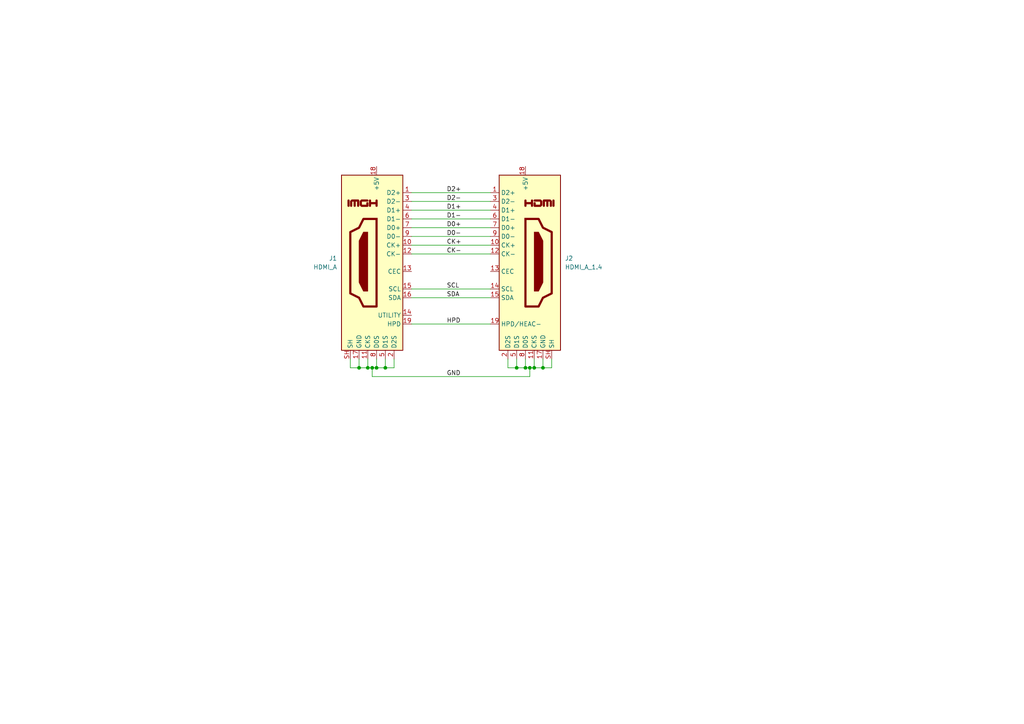
<source format=kicad_sch>
(kicad_sch
	(version 20250114)
	(generator "eeschema")
	(generator_version "9.0")
	(uuid "424bce95-498e-451d-bc7c-0631c6aff235")
	(paper "A4")
	(lib_symbols
		(symbol "Connector:HDMI_A"
			(exclude_from_sim no)
			(in_bom yes)
			(on_board yes)
			(property "Reference" "J"
				(at -6.35 26.67 0)
				(effects
					(font
						(size 1.27 1.27)
					)
				)
			)
			(property "Value" "HDMI_A"
				(at 10.16 26.67 0)
				(effects
					(font
						(size 1.27 1.27)
					)
				)
			)
			(property "Footprint" ""
				(at 0.635 0 0)
				(effects
					(font
						(size 1.27 1.27)
					)
					(hide yes)
				)
			)
			(property "Datasheet" "https://en.wikipedia.org/wiki/HDMI"
				(at 0.635 0 0)
				(effects
					(font
						(size 1.27 1.27)
					)
					(hide yes)
				)
			)
			(property "Description" "HDMI type A connector"
				(at 0 0 0)
				(effects
					(font
						(size 1.27 1.27)
					)
					(hide yes)
				)
			)
			(property "ki_keywords" "hdmi conn"
				(at 0 0 0)
				(effects
					(font
						(size 1.27 1.27)
					)
					(hide yes)
				)
			)
			(property "ki_fp_filters" "HDMI*A*"
				(at 0 0 0)
				(effects
					(font
						(size 1.27 1.27)
					)
					(hide yes)
				)
			)
			(symbol "HDMI_A_0_0"
				(polyline
					(pts
						(xy 0 16.51) (xy 0 18.034) (xy 0 17.272) (xy 1.905 17.272) (xy 1.905 18.034) (xy 1.905 16.51)
					)
					(stroke
						(width 0.635)
						(type default)
					)
					(fill
						(type none)
					)
				)
				(polyline
					(pts
						(xy 2.667 18.034) (xy 4.318 18.034) (xy 4.572 17.78) (xy 4.572 16.764) (xy 4.318 16.51) (xy 2.667 16.51)
						(xy 2.667 17.272)
					)
					(stroke
						(width 0.635)
						(type default)
					)
					(fill
						(type none)
					)
				)
				(polyline
					(pts
						(xy 8.128 16.51) (xy 8.128 18.034)
					)
					(stroke
						(width 0.635)
						(type default)
					)
					(fill
						(type none)
					)
				)
			)
			(symbol "HDMI_A_0_1"
				(rectangle
					(start -7.62 25.4)
					(end 10.16 -25.4)
					(stroke
						(width 0.254)
						(type default)
					)
					(fill
						(type background)
					)
				)
				(polyline
					(pts
						(xy 0 12.7) (xy 0 -12.7) (xy 3.81 -12.7) (xy 5.08 -10.16) (xy 7.62 -8.89) (xy 7.62 8.89) (xy 5.08 10.16)
						(xy 3.81 12.7) (xy 0 12.7)
					)
					(stroke
						(width 0.635)
						(type default)
					)
					(fill
						(type none)
					)
				)
				(polyline
					(pts
						(xy 2.54 8.89) (xy 3.81 8.89) (xy 5.08 6.35) (xy 5.08 -5.715) (xy 3.81 -8.255) (xy 2.54 -8.255)
						(xy 2.54 8.89)
					)
					(stroke
						(width 0)
						(type default)
					)
					(fill
						(type outline)
					)
				)
				(polyline
					(pts
						(xy 5.334 16.51) (xy 5.334 18.034) (xy 6.35 18.034) (xy 6.35 16.51) (xy 6.35 18.034) (xy 7.112 18.034)
						(xy 7.366 17.78) (xy 7.366 16.51)
					)
					(stroke
						(width 0.635)
						(type default)
					)
					(fill
						(type none)
					)
				)
			)
			(symbol "HDMI_A_1_1"
				(pin passive line
					(at -10.16 20.32 0)
					(length 2.54)
					(name "D2+"
						(effects
							(font
								(size 1.27 1.27)
							)
						)
					)
					(number "1"
						(effects
							(font
								(size 1.27 1.27)
							)
						)
					)
				)
				(pin passive line
					(at -10.16 17.78 0)
					(length 2.54)
					(name "D2-"
						(effects
							(font
								(size 1.27 1.27)
							)
						)
					)
					(number "3"
						(effects
							(font
								(size 1.27 1.27)
							)
						)
					)
				)
				(pin passive line
					(at -10.16 15.24 0)
					(length 2.54)
					(name "D1+"
						(effects
							(font
								(size 1.27 1.27)
							)
						)
					)
					(number "4"
						(effects
							(font
								(size 1.27 1.27)
							)
						)
					)
				)
				(pin passive line
					(at -10.16 12.7 0)
					(length 2.54)
					(name "D1-"
						(effects
							(font
								(size 1.27 1.27)
							)
						)
					)
					(number "6"
						(effects
							(font
								(size 1.27 1.27)
							)
						)
					)
				)
				(pin passive line
					(at -10.16 10.16 0)
					(length 2.54)
					(name "D0+"
						(effects
							(font
								(size 1.27 1.27)
							)
						)
					)
					(number "7"
						(effects
							(font
								(size 1.27 1.27)
							)
						)
					)
				)
				(pin passive line
					(at -10.16 7.62 0)
					(length 2.54)
					(name "D0-"
						(effects
							(font
								(size 1.27 1.27)
							)
						)
					)
					(number "9"
						(effects
							(font
								(size 1.27 1.27)
							)
						)
					)
				)
				(pin passive line
					(at -10.16 5.08 0)
					(length 2.54)
					(name "CK+"
						(effects
							(font
								(size 1.27 1.27)
							)
						)
					)
					(number "10"
						(effects
							(font
								(size 1.27 1.27)
							)
						)
					)
				)
				(pin passive line
					(at -10.16 2.54 0)
					(length 2.54)
					(name "CK-"
						(effects
							(font
								(size 1.27 1.27)
							)
						)
					)
					(number "12"
						(effects
							(font
								(size 1.27 1.27)
							)
						)
					)
				)
				(pin bidirectional line
					(at -10.16 -2.54 0)
					(length 2.54)
					(name "CEC"
						(effects
							(font
								(size 1.27 1.27)
							)
						)
					)
					(number "13"
						(effects
							(font
								(size 1.27 1.27)
							)
						)
					)
				)
				(pin passive line
					(at -10.16 -7.62 0)
					(length 2.54)
					(name "SCL"
						(effects
							(font
								(size 1.27 1.27)
							)
						)
					)
					(number "15"
						(effects
							(font
								(size 1.27 1.27)
							)
						)
					)
				)
				(pin bidirectional line
					(at -10.16 -10.16 0)
					(length 2.54)
					(name "SDA"
						(effects
							(font
								(size 1.27 1.27)
							)
						)
					)
					(number "16"
						(effects
							(font
								(size 1.27 1.27)
							)
						)
					)
				)
				(pin passive line
					(at -10.16 -15.24 0)
					(length 2.54)
					(name "UTILITY"
						(effects
							(font
								(size 1.27 1.27)
							)
						)
					)
					(number "14"
						(effects
							(font
								(size 1.27 1.27)
							)
						)
					)
				)
				(pin passive line
					(at -10.16 -17.78 0)
					(length 2.54)
					(name "HPD"
						(effects
							(font
								(size 1.27 1.27)
							)
						)
					)
					(number "19"
						(effects
							(font
								(size 1.27 1.27)
							)
						)
					)
				)
				(pin power_in line
					(at -5.08 -27.94 90)
					(length 2.54)
					(name "D2S"
						(effects
							(font
								(size 1.27 1.27)
							)
						)
					)
					(number "2"
						(effects
							(font
								(size 1.27 1.27)
							)
						)
					)
				)
				(pin power_in line
					(at -2.54 -27.94 90)
					(length 2.54)
					(name "D1S"
						(effects
							(font
								(size 1.27 1.27)
							)
						)
					)
					(number "5"
						(effects
							(font
								(size 1.27 1.27)
							)
						)
					)
				)
				(pin power_in line
					(at 0 27.94 270)
					(length 2.54)
					(name "+5V"
						(effects
							(font
								(size 1.27 1.27)
							)
						)
					)
					(number "18"
						(effects
							(font
								(size 1.27 1.27)
							)
						)
					)
				)
				(pin power_in line
					(at 0 -27.94 90)
					(length 2.54)
					(name "D0S"
						(effects
							(font
								(size 1.27 1.27)
							)
						)
					)
					(number "8"
						(effects
							(font
								(size 1.27 1.27)
							)
						)
					)
				)
				(pin power_in line
					(at 2.54 -27.94 90)
					(length 2.54)
					(name "CKS"
						(effects
							(font
								(size 1.27 1.27)
							)
						)
					)
					(number "11"
						(effects
							(font
								(size 1.27 1.27)
							)
						)
					)
				)
				(pin power_in line
					(at 5.08 -27.94 90)
					(length 2.54)
					(name "GND"
						(effects
							(font
								(size 1.27 1.27)
							)
						)
					)
					(number "17"
						(effects
							(font
								(size 1.27 1.27)
							)
						)
					)
				)
				(pin passive line
					(at 7.62 -27.94 90)
					(length 2.54)
					(name "SH"
						(effects
							(font
								(size 1.27 1.27)
							)
						)
					)
					(number "SH"
						(effects
							(font
								(size 1.27 1.27)
							)
						)
					)
				)
			)
			(embedded_fonts no)
		)
		(symbol "Connector:HDMI_A_1.4"
			(exclude_from_sim no)
			(in_bom yes)
			(on_board yes)
			(property "Reference" "J?"
				(at 11.43 1.2701 0)
				(effects
					(font
						(size 1.27 1.27)
					)
					(justify left)
				)
			)
			(property "Value" "HDMI_A_1.4"
				(at 11.43 -1.2699 0)
				(effects
					(font
						(size 1.27 1.27)
					)
					(justify left)
				)
			)
			(property "Footprint" ""
				(at 0.635 0 0)
				(effects
					(font
						(size 1.27 1.27)
					)
					(hide yes)
				)
			)
			(property "Datasheet" "https://en.wikipedia.org/wiki/HDMI"
				(at 0.635 0 0)
				(effects
					(font
						(size 1.27 1.27)
					)
					(hide yes)
				)
			)
			(property "Description" "HDMI 1.4+ type A connector"
				(at 0 0 0)
				(effects
					(font
						(size 1.27 1.27)
					)
					(hide yes)
				)
			)
			(property "ki_keywords" "hdmi conn"
				(at 0 0 0)
				(effects
					(font
						(size 1.27 1.27)
					)
					(hide yes)
				)
			)
			(property "ki_fp_filters" "HDMI*A*"
				(at 0 0 0)
				(effects
					(font
						(size 1.27 1.27)
					)
					(hide yes)
				)
			)
			(symbol "HDMI_A_1.4_0_0"
				(polyline
					(pts
						(xy 0 16.51) (xy 0 18.034) (xy 0 17.272) (xy 1.905 17.272) (xy 1.905 18.034) (xy 1.905 16.51)
					)
					(stroke
						(width 0.635)
						(type default)
					)
					(fill
						(type none)
					)
				)
				(polyline
					(pts
						(xy 2.667 18.034) (xy 4.318 18.034) (xy 4.572 17.78) (xy 4.572 16.764) (xy 4.318 16.51) (xy 2.667 16.51)
						(xy 2.667 17.272)
					)
					(stroke
						(width 0.635)
						(type default)
					)
					(fill
						(type none)
					)
				)
				(polyline
					(pts
						(xy 8.128 16.51) (xy 8.128 18.034)
					)
					(stroke
						(width 0.635)
						(type default)
					)
					(fill
						(type none)
					)
				)
			)
			(symbol "HDMI_A_1.4_0_1"
				(rectangle
					(start -7.62 25.4)
					(end 10.16 -25.4)
					(stroke
						(width 0.254)
						(type default)
					)
					(fill
						(type background)
					)
				)
				(polyline
					(pts
						(xy 0 12.7) (xy 0 -12.7) (xy 3.81 -12.7) (xy 5.08 -10.16) (xy 7.62 -8.89) (xy 7.62 8.89) (xy 5.08 10.16)
						(xy 3.81 12.7) (xy 0 12.7)
					)
					(stroke
						(width 0.635)
						(type default)
					)
					(fill
						(type none)
					)
				)
				(polyline
					(pts
						(xy 2.54 8.89) (xy 3.81 8.89) (xy 5.08 6.35) (xy 5.08 -5.715) (xy 3.81 -8.255) (xy 2.54 -8.255)
						(xy 2.54 8.89)
					)
					(stroke
						(width 0)
						(type default)
					)
					(fill
						(type outline)
					)
				)
				(polyline
					(pts
						(xy 5.334 16.51) (xy 5.334 18.034) (xy 6.35 18.034) (xy 6.35 16.51) (xy 6.35 18.034) (xy 7.112 18.034)
						(xy 7.366 17.78) (xy 7.366 16.51)
					)
					(stroke
						(width 0.635)
						(type default)
					)
					(fill
						(type none)
					)
				)
			)
			(symbol "HDMI_A_1.4_1_1"
				(pin passive line
					(at -10.16 20.32 0)
					(length 2.54)
					(name "D2+"
						(effects
							(font
								(size 1.27 1.27)
							)
						)
					)
					(number "1"
						(effects
							(font
								(size 1.27 1.27)
							)
						)
					)
				)
				(pin passive line
					(at -10.16 17.78 0)
					(length 2.54)
					(name "D2-"
						(effects
							(font
								(size 1.27 1.27)
							)
						)
					)
					(number "3"
						(effects
							(font
								(size 1.27 1.27)
							)
						)
					)
				)
				(pin passive line
					(at -10.16 15.24 0)
					(length 2.54)
					(name "D1+"
						(effects
							(font
								(size 1.27 1.27)
							)
						)
					)
					(number "4"
						(effects
							(font
								(size 1.27 1.27)
							)
						)
					)
				)
				(pin passive line
					(at -10.16 12.7 0)
					(length 2.54)
					(name "D1-"
						(effects
							(font
								(size 1.27 1.27)
							)
						)
					)
					(number "6"
						(effects
							(font
								(size 1.27 1.27)
							)
						)
					)
				)
				(pin passive line
					(at -10.16 10.16 0)
					(length 2.54)
					(name "D0+"
						(effects
							(font
								(size 1.27 1.27)
							)
						)
					)
					(number "7"
						(effects
							(font
								(size 1.27 1.27)
							)
						)
					)
				)
				(pin passive line
					(at -10.16 7.62 0)
					(length 2.54)
					(name "D0-"
						(effects
							(font
								(size 1.27 1.27)
							)
						)
					)
					(number "9"
						(effects
							(font
								(size 1.27 1.27)
							)
						)
					)
				)
				(pin passive line
					(at -10.16 5.08 0)
					(length 2.54)
					(name "CK+"
						(effects
							(font
								(size 1.27 1.27)
							)
						)
					)
					(number "10"
						(effects
							(font
								(size 1.27 1.27)
							)
						)
					)
				)
				(pin passive line
					(at -10.16 2.54 0)
					(length 2.54)
					(name "CK-"
						(effects
							(font
								(size 1.27 1.27)
							)
						)
					)
					(number "12"
						(effects
							(font
								(size 1.27 1.27)
							)
						)
					)
				)
				(pin bidirectional line
					(at -10.16 -2.54 0)
					(length 2.54)
					(name "CEC"
						(effects
							(font
								(size 1.27 1.27)
							)
						)
					)
					(number "13"
						(effects
							(font
								(size 1.27 1.27)
							)
						)
					)
				)
				(pin passive line
					(at -10.16 -7.62 0)
					(length 2.54)
					(name "SCL"
						(effects
							(font
								(size 1.27 1.27)
							)
						)
					)
					(number "14"
						(effects
							(font
								(size 1.27 1.27)
							)
						)
					)
				)
				(pin bidirectional line
					(at -10.16 -10.16 0)
					(length 2.54)
					(name "SDA"
						(effects
							(font
								(size 1.27 1.27)
							)
						)
					)
					(number "15"
						(effects
							(font
								(size 1.27 1.27)
							)
						)
					)
				)
				(pin passive line
					(at -10.16 -17.78 0)
					(length 2.54)
					(name "HPD/HEAC-"
						(effects
							(font
								(size 1.27 1.27)
							)
						)
					)
					(number "19"
						(effects
							(font
								(size 1.27 1.27)
							)
						)
					)
				)
				(pin power_in line
					(at -5.08 -27.94 90)
					(length 2.54)
					(name "D2S"
						(effects
							(font
								(size 1.27 1.27)
							)
						)
					)
					(number "2"
						(effects
							(font
								(size 1.27 1.27)
							)
						)
					)
				)
				(pin power_in line
					(at -2.54 -27.94 90)
					(length 2.54)
					(name "D1S"
						(effects
							(font
								(size 1.27 1.27)
							)
						)
					)
					(number "5"
						(effects
							(font
								(size 1.27 1.27)
							)
						)
					)
				)
				(pin power_in line
					(at 0 27.94 270)
					(length 2.54)
					(name "+5V"
						(effects
							(font
								(size 1.27 1.27)
							)
						)
					)
					(number "18"
						(effects
							(font
								(size 1.27 1.27)
							)
						)
					)
				)
				(pin power_in line
					(at 0 -27.94 90)
					(length 2.54)
					(name "D0S"
						(effects
							(font
								(size 1.27 1.27)
							)
						)
					)
					(number "8"
						(effects
							(font
								(size 1.27 1.27)
							)
						)
					)
				)
				(pin power_in line
					(at 2.54 -27.94 90)
					(length 2.54)
					(name "CKS"
						(effects
							(font
								(size 1.27 1.27)
							)
						)
					)
					(number "11"
						(effects
							(font
								(size 1.27 1.27)
							)
						)
					)
				)
				(pin power_in line
					(at 5.08 -27.94 90)
					(length 2.54)
					(name "GND"
						(effects
							(font
								(size 1.27 1.27)
							)
						)
					)
					(number "17"
						(effects
							(font
								(size 1.27 1.27)
							)
						)
					)
				)
				(pin passive line
					(at 7.62 -27.94 90)
					(length 2.54)
					(name "SH"
						(effects
							(font
								(size 1.27 1.27)
							)
						)
					)
					(number "SH"
						(effects
							(font
								(size 1.27 1.27)
							)
						)
					)
				)
			)
			(embedded_fonts no)
		)
	)
	(junction
		(at 107.95 106.68)
		(diameter 0)
		(color 0 0 0 0)
		(uuid "07e16493-7448-4173-9420-8034e3bd1b52")
	)
	(junction
		(at 111.76 106.68)
		(diameter 0)
		(color 0 0 0 0)
		(uuid "32465d67-448e-45df-bd66-88256d347e6b")
	)
	(junction
		(at 109.22 106.68)
		(diameter 0)
		(color 0 0 0 0)
		(uuid "70dee360-b90a-4fc2-84bc-c779d86de1f2")
	)
	(junction
		(at 149.86 106.68)
		(diameter 0)
		(color 0 0 0 0)
		(uuid "754d4c4a-31e1-44d7-9ebd-b895211dc0eb")
	)
	(junction
		(at 104.14 106.68)
		(diameter 0)
		(color 0 0 0 0)
		(uuid "8b3ebfeb-95fb-4b6e-a92f-1009d68fd5ce")
	)
	(junction
		(at 152.4 106.68)
		(diameter 0)
		(color 0 0 0 0)
		(uuid "8f8b2618-871a-4dc3-95d6-380d72faeabb")
	)
	(junction
		(at 154.94 106.68)
		(diameter 0)
		(color 0 0 0 0)
		(uuid "92ff0791-2801-4c2b-810c-9dde952ad5c4")
	)
	(junction
		(at 153.67 106.68)
		(diameter 0)
		(color 0 0 0 0)
		(uuid "a113d13e-e504-44fe-8117-5f68548aba81")
	)
	(junction
		(at 157.48 106.68)
		(diameter 0)
		(color 0 0 0 0)
		(uuid "ef414121-fc3f-40e4-a9fb-48b0320f43ab")
	)
	(junction
		(at 106.68 106.68)
		(diameter 0)
		(color 0 0 0 0)
		(uuid "f8a0d844-692b-49d1-adcb-a0894bc43a87")
	)
	(wire
		(pts
			(xy 119.38 71.12) (xy 142.24 71.12)
		)
		(stroke
			(width 0)
			(type default)
		)
		(uuid "04bd9e20-dc55-46c7-b05b-dc8c7ce178d9")
	)
	(wire
		(pts
			(xy 119.38 68.58) (xy 142.24 68.58)
		)
		(stroke
			(width 0)
			(type default)
		)
		(uuid "06b3ca27-f58d-413a-aa35-965d205938aa")
	)
	(wire
		(pts
			(xy 149.86 104.14) (xy 149.86 106.68)
		)
		(stroke
			(width 0)
			(type default)
		)
		(uuid "06e41825-8e7d-4eea-a6b9-dbc450e9ec2f")
	)
	(wire
		(pts
			(xy 119.38 86.36) (xy 142.24 86.36)
		)
		(stroke
			(width 0)
			(type default)
		)
		(uuid "160ffa06-dfc0-4e88-a076-cfcb5b0c202a")
	)
	(wire
		(pts
			(xy 147.32 104.14) (xy 147.32 106.68)
		)
		(stroke
			(width 0)
			(type default)
		)
		(uuid "1695eee5-d686-4423-a781-e6ecb75f2db9")
	)
	(wire
		(pts
			(xy 154.94 106.68) (xy 154.94 104.14)
		)
		(stroke
			(width 0)
			(type default)
		)
		(uuid "175185c1-600d-478f-9f73-66316fc7e65e")
	)
	(wire
		(pts
			(xy 149.86 106.68) (xy 152.4 106.68)
		)
		(stroke
			(width 0)
			(type default)
		)
		(uuid "1c50fd1f-7564-4e8e-812b-9c70f81f6990")
	)
	(wire
		(pts
			(xy 104.14 106.68) (xy 104.14 104.14)
		)
		(stroke
			(width 0)
			(type default)
		)
		(uuid "202d8370-d78e-42ce-b2a2-5b8e9131b323")
	)
	(wire
		(pts
			(xy 107.95 109.22) (xy 107.95 106.68)
		)
		(stroke
			(width 0)
			(type default)
		)
		(uuid "21d3afc5-e6ed-4051-9557-bc0ff1efd17e")
	)
	(wire
		(pts
			(xy 152.4 106.68) (xy 153.67 106.68)
		)
		(stroke
			(width 0)
			(type default)
		)
		(uuid "23f0e387-4c4d-4fea-bc91-48421ea849d8")
	)
	(wire
		(pts
			(xy 107.95 106.68) (xy 106.68 106.68)
		)
		(stroke
			(width 0)
			(type default)
		)
		(uuid "36744ae6-60a5-4014-bee2-defb989cad37")
	)
	(wire
		(pts
			(xy 106.68 104.14) (xy 106.68 106.68)
		)
		(stroke
			(width 0)
			(type default)
		)
		(uuid "426d0dbb-1248-465b-9fe8-298e32e98015")
	)
	(wire
		(pts
			(xy 119.38 66.04) (xy 142.24 66.04)
		)
		(stroke
			(width 0)
			(type default)
		)
		(uuid "44a9f1ea-db68-4031-b575-2d5ce5882070")
	)
	(wire
		(pts
			(xy 160.02 104.14) (xy 160.02 106.68)
		)
		(stroke
			(width 0)
			(type default)
		)
		(uuid "56c99d0b-6119-44b1-841e-780716dcd1e7")
	)
	(wire
		(pts
			(xy 119.38 83.82) (xy 142.24 83.82)
		)
		(stroke
			(width 0)
			(type default)
		)
		(uuid "6752d494-6c37-451f-806a-4b2474002082")
	)
	(wire
		(pts
			(xy 111.76 106.68) (xy 109.22 106.68)
		)
		(stroke
			(width 0)
			(type default)
		)
		(uuid "744dfe54-eed9-41e6-b1b7-547d89056e6b")
	)
	(wire
		(pts
			(xy 109.22 104.14) (xy 109.22 106.68)
		)
		(stroke
			(width 0)
			(type default)
		)
		(uuid "773faff2-459f-49a1-bb04-27d40ab0608a")
	)
	(wire
		(pts
			(xy 152.4 104.14) (xy 152.4 106.68)
		)
		(stroke
			(width 0)
			(type default)
		)
		(uuid "7c3e6304-d743-443d-9282-60f5433b739f")
	)
	(wire
		(pts
			(xy 119.38 58.42) (xy 142.24 58.42)
		)
		(stroke
			(width 0)
			(type default)
		)
		(uuid "7df074a0-a41c-4c87-8936-9b3114e40bf9")
	)
	(wire
		(pts
			(xy 119.38 60.96) (xy 142.24 60.96)
		)
		(stroke
			(width 0)
			(type default)
		)
		(uuid "7e3e5dee-044c-4ddf-9523-18687bb6d93d")
	)
	(wire
		(pts
			(xy 106.68 106.68) (xy 104.14 106.68)
		)
		(stroke
			(width 0)
			(type default)
		)
		(uuid "8162549d-359c-4c4f-a6ee-3122972572f5")
	)
	(wire
		(pts
			(xy 109.22 106.68) (xy 107.95 106.68)
		)
		(stroke
			(width 0)
			(type default)
		)
		(uuid "99525622-3321-414c-b7c5-a7cfc04e6e3a")
	)
	(wire
		(pts
			(xy 111.76 104.14) (xy 111.76 106.68)
		)
		(stroke
			(width 0)
			(type default)
		)
		(uuid "9fece53d-16d5-4365-9586-29c2aff977a4")
	)
	(wire
		(pts
			(xy 147.32 106.68) (xy 149.86 106.68)
		)
		(stroke
			(width 0)
			(type default)
		)
		(uuid "a008d6b3-207c-4c5e-9fc8-1feadbf0b095")
	)
	(wire
		(pts
			(xy 119.38 93.98) (xy 142.24 93.98)
		)
		(stroke
			(width 0)
			(type default)
		)
		(uuid "a112ec6b-71fc-4c68-a83e-533886e96bcd")
	)
	(wire
		(pts
			(xy 119.38 55.88) (xy 142.24 55.88)
		)
		(stroke
			(width 0)
			(type default)
		)
		(uuid "a22b5c56-870d-4d2e-a5f0-730e7504ca5f")
	)
	(wire
		(pts
			(xy 114.3 106.68) (xy 111.76 106.68)
		)
		(stroke
			(width 0)
			(type default)
		)
		(uuid "aa2c7f8b-4523-4517-bd7e-54a7d89f52ab")
	)
	(wire
		(pts
			(xy 157.48 106.68) (xy 154.94 106.68)
		)
		(stroke
			(width 0)
			(type default)
		)
		(uuid "aafc07e7-4e0f-42b9-adae-2c6e7d31eb7c")
	)
	(wire
		(pts
			(xy 114.3 104.14) (xy 114.3 106.68)
		)
		(stroke
			(width 0)
			(type default)
		)
		(uuid "acde1265-2547-42d4-b546-ec0811f1b656")
	)
	(wire
		(pts
			(xy 119.38 73.66) (xy 142.24 73.66)
		)
		(stroke
			(width 0)
			(type default)
		)
		(uuid "b0e1c58c-3059-46d3-a123-4d3ec85e3c74")
	)
	(wire
		(pts
			(xy 160.02 106.68) (xy 157.48 106.68)
		)
		(stroke
			(width 0)
			(type default)
		)
		(uuid "b84f85da-310f-4838-a8b3-91f4a4ce75ec")
	)
	(wire
		(pts
			(xy 153.67 106.68) (xy 153.67 109.22)
		)
		(stroke
			(width 0)
			(type default)
		)
		(uuid "bed1d362-f716-4839-84f7-6aec6f637677")
	)
	(wire
		(pts
			(xy 153.67 109.22) (xy 107.95 109.22)
		)
		(stroke
			(width 0)
			(type default)
		)
		(uuid "c2652c90-aac2-49a4-8dfc-6af8ff66c3b1")
	)
	(wire
		(pts
			(xy 157.48 104.14) (xy 157.48 106.68)
		)
		(stroke
			(width 0)
			(type default)
		)
		(uuid "c43390ba-4e69-47a2-8332-2fbd04b99738")
	)
	(wire
		(pts
			(xy 101.6 104.14) (xy 101.6 106.68)
		)
		(stroke
			(width 0)
			(type default)
		)
		(uuid "c7994ca3-de0e-4da0-985c-64671fe4d263")
	)
	(wire
		(pts
			(xy 101.6 106.68) (xy 104.14 106.68)
		)
		(stroke
			(width 0)
			(type default)
		)
		(uuid "c9dbbd2c-c778-45f3-a62f-d8eaa18e70e3")
	)
	(wire
		(pts
			(xy 153.67 106.68) (xy 154.94 106.68)
		)
		(stroke
			(width 0)
			(type default)
		)
		(uuid "d5d94095-752e-481d-9695-86b80c0f495c")
	)
	(wire
		(pts
			(xy 119.38 63.5) (xy 142.24 63.5)
		)
		(stroke
			(width 0)
			(type default)
		)
		(uuid "e81967dd-4f7d-442b-aa3b-6863fb09cb57")
	)
	(label "D0+"
		(at 129.54 66.04 0)
		(effects
			(font
				(size 1.27 1.27)
			)
			(justify left bottom)
		)
		(uuid "2564bddf-7e61-44cc-aecd-a2e5680406d1")
	)
	(label "GND"
		(at 129.54 109.22 0)
		(effects
			(font
				(size 1.27 1.27)
			)
			(justify left bottom)
		)
		(uuid "31443800-410a-4e23-b051-3843bd5889ca")
	)
	(label "HPD"
		(at 129.54 93.98 0)
		(effects
			(font
				(size 1.27 1.27)
			)
			(justify left bottom)
		)
		(uuid "52474193-4759-4d51-a1c8-2f9b113514be")
	)
	(label "D0-"
		(at 129.54 68.58 0)
		(effects
			(font
				(size 1.27 1.27)
			)
			(justify left bottom)
		)
		(uuid "57088955-f07a-4290-a275-309f27b9616e")
	)
	(label "SCL"
		(at 129.54 83.82 0)
		(effects
			(font
				(size 1.27 1.27)
			)
			(justify left bottom)
		)
		(uuid "758b1187-426f-4ea8-8f3c-2a76aee2be2e")
	)
	(label "D2-"
		(at 129.54 58.42 0)
		(effects
			(font
				(size 1.27 1.27)
			)
			(justify left bottom)
		)
		(uuid "7b3e2738-4580-4751-a0fb-031c18b9a58f")
	)
	(label "D2+"
		(at 129.54 55.88 0)
		(effects
			(font
				(size 1.27 1.27)
			)
			(justify left bottom)
		)
		(uuid "a1e54117-b4fd-4d1c-a014-21745a2e6f42")
	)
	(label "D1+"
		(at 129.54 60.96 0)
		(effects
			(font
				(size 1.27 1.27)
			)
			(justify left bottom)
		)
		(uuid "b99af1fe-20a6-47af-95d5-61b38e3ab2fe")
	)
	(label "CK-"
		(at 129.54 73.66 0)
		(effects
			(font
				(size 1.27 1.27)
			)
			(justify left bottom)
		)
		(uuid "be6451a9-3b10-4657-8a4f-81631614be94")
	)
	(label "D1-"
		(at 129.54 63.5 0)
		(effects
			(font
				(size 1.27 1.27)
			)
			(justify left bottom)
		)
		(uuid "c031a822-c8ae-4c22-8fef-352d94c715d4")
	)
	(label "SDA"
		(at 129.54 86.36 0)
		(effects
			(font
				(size 1.27 1.27)
			)
			(justify left bottom)
		)
		(uuid "dd309168-7c2d-4993-b461-d52200192256")
	)
	(label "CK+"
		(at 129.54 71.12 0)
		(effects
			(font
				(size 1.27 1.27)
			)
			(justify left bottom)
		)
		(uuid "e1f1beb3-e0f5-4398-81d4-5ad1e7bc4fb7")
	)
	(symbol
		(lib_id "Connector:HDMI_A")
		(at 109.22 76.2 0)
		(mirror y)
		(unit 1)
		(exclude_from_sim no)
		(in_bom yes)
		(on_board yes)
		(dnp no)
		(uuid "53757b7e-3c41-49d2-8a83-1d4596db8a21")
		(property "Reference" "J1"
			(at 97.79 74.9299 0)
			(effects
				(font
					(size 1.27 1.27)
				)
				(justify left)
			)
		)
		(property "Value" "HDMI_A"
			(at 97.79 77.4699 0)
			(effects
				(font
					(size 1.27 1.27)
				)
				(justify left)
			)
		)
		(property "Footprint" "HDMI-FFC:HDMI"
			(at 108.585 76.2 0)
			(effects
				(font
					(size 1.27 1.27)
				)
				(hide yes)
			)
		)
		(property "Datasheet" "https://en.wikipedia.org/wiki/HDMI"
			(at 108.585 76.2 0)
			(effects
				(font
					(size 1.27 1.27)
				)
				(hide yes)
			)
		)
		(property "Description" "HDMI type A connector"
			(at 109.22 76.2 0)
			(effects
				(font
					(size 1.27 1.27)
				)
				(hide yes)
			)
		)
		(pin "1"
			(uuid "5eb48dbe-41a1-4bbf-adaf-adc4b83b6396")
		)
		(pin "3"
			(uuid "062eaec8-36c1-4cdc-9327-c4b2fca4b481")
		)
		(pin "4"
			(uuid "ea7ad0b2-8dff-4f63-b320-bd79b0f921b1")
		)
		(pin "14"
			(uuid "3818987e-47ef-405d-9ad6-2c8d8c4d587e")
		)
		(pin "6"
			(uuid "c9b7c150-41b1-4a62-bcd2-446342a0bc99")
		)
		(pin "16"
			(uuid "0038fba2-2843-416f-9e54-9ca0500f29de")
		)
		(pin "9"
			(uuid "e2fc41a4-fb6c-4416-8ee7-c56218d227a5")
		)
		(pin "10"
			(uuid "7a05e960-6636-4db1-9e3a-a8ee2b627ea5")
		)
		(pin "15"
			(uuid "fb5ec235-cb2e-418f-a656-5fcabf0cd39e")
		)
		(pin "19"
			(uuid "2c2636f3-29dc-41d4-8d04-d2edb4dc3291")
		)
		(pin "2"
			(uuid "fb8b0a6e-71fb-4077-a1a7-e8326f2a8de7")
		)
		(pin "12"
			(uuid "95096895-cd2b-4c8f-8671-4ad9664cde91")
		)
		(pin "7"
			(uuid "5ac487ba-aa6b-4586-b758-10f551f3b0b8")
		)
		(pin "13"
			(uuid "870b4820-1011-45b7-b395-21866abb6053")
		)
		(pin "5"
			(uuid "8459abf1-bd62-4fe7-83f4-0027e61bf696")
		)
		(pin "18"
			(uuid "26a2b82a-9311-4f31-8833-cf25733c97e8")
		)
		(pin "8"
			(uuid "65b70f3a-c450-4994-a5ef-907019364fcd")
		)
		(pin "11"
			(uuid "0e40d4ce-f394-4bfd-9815-53c6dafedac0")
		)
		(pin "17"
			(uuid "ef6f0b35-f351-4105-997f-9041dd23a780")
		)
		(pin "SH"
			(uuid "1037b326-955a-46ed-a092-43e58aad7f35")
		)
		(instances
			(project ""
				(path "/424bce95-498e-451d-bc7c-0631c6aff235"
					(reference "J1")
					(unit 1)
				)
			)
		)
	)
	(symbol
		(lib_id "Connector:HDMI_A_1.4")
		(at 152.4 76.2 0)
		(unit 1)
		(exclude_from_sim no)
		(in_bom yes)
		(on_board yes)
		(dnp no)
		(fields_autoplaced yes)
		(uuid "a863c1d1-aabe-4d06-a53a-a339c8031272")
		(property "Reference" "J2"
			(at 163.83 74.9299 0)
			(effects
				(font
					(size 1.27 1.27)
				)
				(justify left)
			)
		)
		(property "Value" "HDMI_A_1.4"
			(at 163.83 77.4699 0)
			(effects
				(font
					(size 1.27 1.27)
				)
				(justify left)
			)
		)
		(property "Footprint" "HDMI-FFC:MiniHDMI"
			(at 153.035 76.2 0)
			(effects
				(font
					(size 1.27 1.27)
				)
				(hide yes)
			)
		)
		(property "Datasheet" "https://en.wikipedia.org/wiki/HDMI"
			(at 153.035 76.2 0)
			(effects
				(font
					(size 1.27 1.27)
				)
				(hide yes)
			)
		)
		(property "Description" "HDMI 1.4+ type A connector"
			(at 152.4 76.2 0)
			(effects
				(font
					(size 1.27 1.27)
				)
				(hide yes)
			)
		)
		(pin "19"
			(uuid "5baeb668-b29a-4944-9ca2-ba48d0f41fec")
		)
		(pin "18"
			(uuid "06de5e82-e775-4994-b16c-f280406995d6")
		)
		(pin "SH"
			(uuid "355d5446-ccfa-4297-be7d-dbce7c87ecc6")
		)
		(pin "12"
			(uuid "685f12e8-50d9-4b3d-a6b1-b09e7a7d170b")
		)
		(pin "5"
			(uuid "cf5aa001-e37a-4608-b796-d106a0ac5557")
		)
		(pin "15"
			(uuid "9b4a186f-d5c9-4680-90eb-da36ad115040")
		)
		(pin "7"
			(uuid "b9051188-dbe9-4a14-b238-df78043c3f30")
		)
		(pin "11"
			(uuid "74d55a6a-2b91-42d3-8494-72758d42f69a")
		)
		(pin "6"
			(uuid "ad9f67bf-5184-46c3-acd0-a7cdff60b92d")
		)
		(pin "17"
			(uuid "9603c215-823a-487b-a2b6-dd5569098e2b")
		)
		(pin "14"
			(uuid "48fb9819-6a36-47c5-bea5-513bebb7c5ef")
		)
		(pin "8"
			(uuid "c1af0222-2ed0-4237-a2a6-751124753de1")
		)
		(pin "1"
			(uuid "1482bdf4-d2a6-4499-b4ac-ee1067c8c28e")
		)
		(pin "9"
			(uuid "0d79d7c4-e083-42d8-98f5-630733cd42d4")
		)
		(pin "4"
			(uuid "cff1b254-69f9-47b9-b92e-fdafd7b4d5b9")
		)
		(pin "10"
			(uuid "83cd1f6c-2b1a-4c72-8dd8-4940a8ff2740")
		)
		(pin "13"
			(uuid "d7fb5415-053d-47c2-ae95-cf869f3334d9")
		)
		(pin "2"
			(uuid "cdd396f7-29b1-45e1-b5b8-2044af58e615")
		)
		(pin "3"
			(uuid "75f294d7-0dca-4a7e-9271-7bf7ddd3b1f0")
		)
		(instances
			(project ""
				(path "/424bce95-498e-451d-bc7c-0631c6aff235"
					(reference "J2")
					(unit 1)
				)
			)
		)
	)
	(sheet_instances
		(path "/"
			(page "1")
		)
	)
	(embedded_fonts no)
)

</source>
